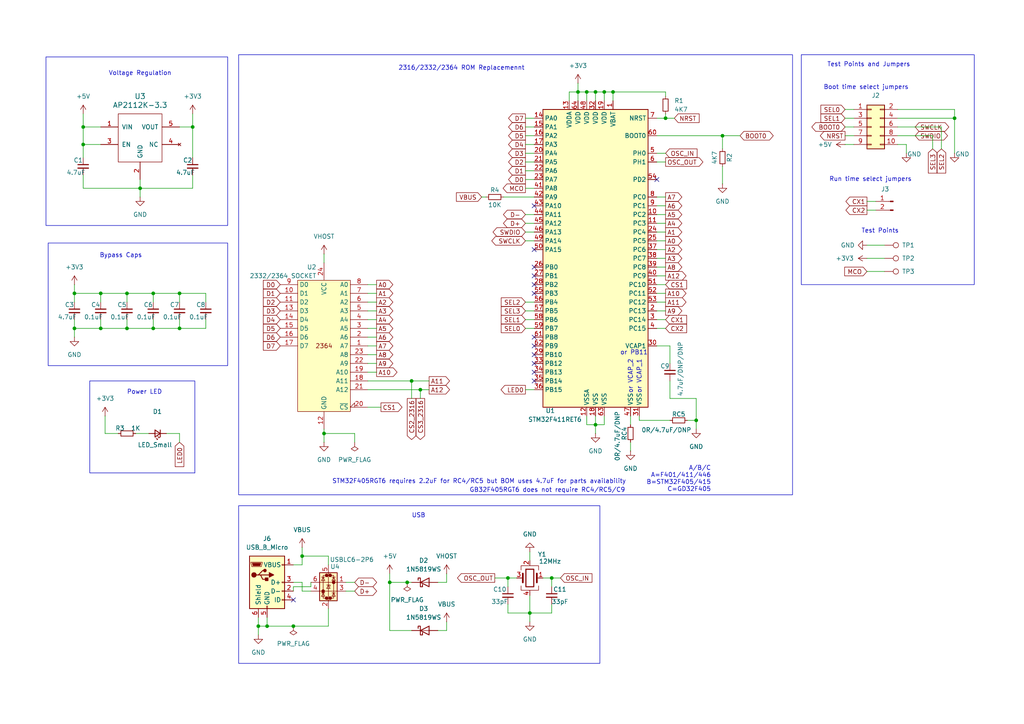
<source format=kicad_sch>
(kicad_sch (version 20250114) (generator "eeschema") (generator_version "9.0")
  (paper "A4")
  (title_block (title "One ROM Ice") (date "2026-01-05") (rev "J") (company "piers.rocks") (comment 1 "(c) Piers Finlayson 2026"))
  (rectangle (start 13.335 16.51) (end 66.04 65.405))
  (rectangle (start 69.215 15.875) (end 229.87 143.51))
  (rectangle (start 56.515 137.16) (end 56.515 137.16))
  (rectangle (start 69.215 146.685) (end 173.99 192.405))
  (rectangle (start 232.41 15.875) (end 282.575 82.55))
  (rectangle (start 26.035 110.49) (end 56.515 137.16))
  (rectangle (start 13.97 70.485) (end 66.04 106.045))
  (text "or VCAP_1" (at 185.42 109.22 90) (effects (font (size 1.27 1.27))))
  (text "or VCAP_2" (at 182.88 109.22 90) (effects (font (size 1.27 1.27))))
  (text "Run time select jumpers" (at 252.476 52.07 0) (effects (font (size 1.27 1.27))))
  (text "USB" (at 121.412 149.606 0) (effects (font (size 1.27 1.27))))
  (text "Voltage Regulation" (at 40.64 21.336 0) (effects (font (size 1.27 1.27))))
  (text "2316/2332/2364 ROM Replacemennt" (at 133.858 19.812 0) (effects (font (size 1.27 1.27))))
  (text "Power LED" (at 41.91 113.792 0) (effects (font (size 1.27 1.27))))
  (text "or PB11" (at 183.896 102.362 0) (effects (font (size 1.27 1.27))))
  (text "GB32F405RGT6 does not require RC4/RC5/C9" (at 181.356 142.24 0) (effects (font (size 1.27 1.27)) (justify right)))
  (text "Test Points" (at 255.27 67.056 0) (effects (font (size 1.27 1.27))))
  (text "Bypass Caps" (at 35.052 74.168 0) (effects (font (size 1.27 1.27))))
  (text "Boot time select jumpers" (at 251.206 25.4 0) (effects (font (size 1.27 1.27))))
  (text "A/B/C\nA=F401/411/446\nB=STM32F405/415\nC=GD32F405" (at 206.248 138.938 0) (effects (font (size 1.27 1.27)) (justify right)))
  (text "Test Points and Jumpers" (at 251.968 18.796 0) (effects (font (size 1.27 1.27))))
  (text "STM32F405RGT6 requires 2.2uF for RC4/RC5 but BOM uses 4.7uF for parts availability" (at 181.61 139.7 0) (effects (font (size 1.27 1.27)) (justify right)))
  (junction (at 209.55 39.37))
  (junction (at 113.03 168.91))
  (junction (at 193.04 34.29))
  (junction (at 36.83 85.09))
  (junction (at 201.93 121.92))
  (junction (at 153.67 177.8))
  (junction (at 52.07 95.25))
  (junction (at 93.98 125.73))
  (junction (at 74.93 181.61))
  (junction (at 87.63 161.29))
  (junction (at 29.21 95.25))
  (junction (at 119.38 110.49))
  (junction (at 160.02 167.64))
  (junction (at 167.64 26.67))
  (junction (at 21.59 85.09))
  (junction (at 175.26 26.67))
  (junction (at 24.13 36.83))
  (junction (at 29.21 85.09))
  (junction (at 40.64 54.61))
  (junction (at 172.72 26.67))
  (junction (at 44.45 85.09))
  (junction (at 36.83 95.25))
  (junction (at 170.18 26.67))
  (junction (at 44.45 95.25))
  (junction (at 121.92 113.03))
  (junction (at 276.86 34.29))
  (junction (at 24.13 41.91))
  (junction (at 77.47 181.61))
  (junction (at 118.11 168.91))
  (junction (at 85.09 181.61))
  (junction (at 52.07 85.09))
  (junction (at 21.59 95.25))
  (junction (at 147.32 167.64))
  (junction (at 55.88 36.83))
  (junction (at 172.72 123.19))
  (junction (at 177.8 26.67))
  (no_connect (at 154.94 97.79))
  (no_connect (at 154.94 77.47))
  (no_connect (at 154.94 105.41))
  (no_connect (at 154.94 100.33))
  (no_connect (at 154.94 107.95))
  (no_connect (at 154.94 110.49))
  (no_connect (at 154.94 82.55))
  (no_connect (at 154.94 80.01))
  (no_connect (at 154.94 85.09))
  (no_connect (at 190.5 52.07))
  (no_connect (at 154.94 72.39))
  (no_connect (at 154.94 102.87))
  (no_connect (at 85.09 173.99))
  (no_connect (at 154.94 59.69))
  (wire (pts (xy 55.88 36.83) (xy 55.88 45.72)))
  (wire (pts (xy 260.35 41.91) (xy 262.89 41.91)))
  (wire (pts (xy 170.18 123.19) (xy 172.72 123.19)))
  (wire (pts (xy 52.07 125.73) (xy 52.07 128.27)))
  (wire (pts (xy 177.8 26.67) (xy 177.8 29.21)))
  (wire (pts (xy 87.63 163.83) (xy 87.63 161.29)))
  (wire (pts (xy 85.09 171.45) (xy 85.09 170.18)))
  (wire (pts (xy 194.31 100.33) (xy 194.31 105.41)))
  (wire (pts (xy 59.69 87.63) (xy 59.69 85.09)))
  (wire (pts (xy 165.1 26.67) (xy 167.64 26.67)))
  (wire (pts (xy 106.68 95.25) (xy 109.22 95.25)))
  (wire (pts (xy 59.69 95.25) (xy 59.69 92.71)))
  (wire (pts (xy 190.5 95.25) (xy 193.04 95.25)))
  (wire (pts (xy 245.11 31.75) (xy 247.65 31.75)))
  (wire (pts (xy 24.13 54.61) (xy 40.64 54.61)))
  (wire (pts (xy 152.4 41.91) (xy 154.94 41.91)))
  (wire (pts (xy 36.83 85.09) (xy 36.83 87.63)))
  (wire (pts (xy 152.4 87.63) (xy 154.94 87.63)))
  (wire (pts (xy 129.54 182.88) (xy 127 182.88)))
  (wire (pts (xy 245.11 34.29) (xy 247.65 34.29)))
  (wire (pts (xy 106.68 90.17) (xy 109.22 90.17)))
  (wire (pts (xy 29.21 95.25) (xy 21.59 95.25)))
  (wire (pts (xy 40.64 54.61) (xy 40.64 57.15)))
  (wire (pts (xy 190.5 44.45) (xy 193.04 44.45)))
  (wire (pts (xy 170.18 26.67) (xy 172.72 26.67)))
  (wire (pts (xy 172.72 26.67) (xy 172.72 29.21)))
  (wire (pts (xy 276.86 34.29) (xy 276.86 31.75)))
  (wire (pts (xy 251.46 71.12) (xy 256.54 71.12)))
  (wire (pts (xy 29.21 95.25) (xy 29.21 92.71)))
  (wire (pts (xy 118.11 168.91) (xy 119.38 168.91)))
  (wire (pts (xy 190.5 34.29) (xy 193.04 34.29)))
  (wire (pts (xy 121.92 113.03) (xy 121.92 115.57)))
  (wire (pts (xy 160.02 177.8) (xy 153.67 177.8)))
  (wire (pts (xy 153.67 177.8) (xy 153.67 180.34)))
  (wire (pts (xy 106.68 82.55) (xy 109.22 82.55)))
  (wire (pts (xy 167.64 24.13) (xy 167.64 26.67)))
  (wire (pts (xy 170.18 26.67) (xy 170.18 29.21)))
  (wire (pts (xy 44.45 85.09) (xy 44.45 87.63)))
  (wire (pts (xy 172.72 120.65) (xy 172.72 123.19)))
  (wire (pts (xy 262.89 41.91) (xy 262.89 44.45)))
  (wire (pts (xy 152.4 92.71) (xy 154.94 92.71)))
  (wire (pts (xy 177.8 26.67) (xy 193.04 26.67)))
  (wire (pts (xy 129.54 180.34) (xy 129.54 182.88)))
  (wire (pts (xy 52.07 92.71) (xy 52.07 95.25)))
  (wire (pts (xy 129.54 168.91) (xy 127 168.91)))
  (wire (pts (xy 201.93 115.57) (xy 194.31 115.57)))
  (wire (pts (xy 190.5 67.31) (xy 193.04 67.31)))
  (wire (pts (xy 201.93 115.57) (xy 201.93 121.92)))
  (wire (pts (xy 21.59 85.09) (xy 29.21 85.09)))
  (wire (pts (xy 21.59 82.55) (xy 21.59 85.09)))
  (wire (pts (xy 55.88 54.61) (xy 55.88 50.8)))
  (wire (pts (xy 74.93 181.61) (xy 77.47 181.61)))
  (wire (pts (xy 251.46 74.93) (xy 256.54 74.93)))
  (wire (pts (xy 30.48 120.65) (xy 30.48 125.73)))
  (wire (pts (xy 152.4 34.29) (xy 154.94 34.29)))
  (wire (pts (xy 201.93 121.92) (xy 201.93 124.46)))
  (wire (pts (xy 24.13 41.91) (xy 24.13 45.72)))
  (wire (pts (xy 245.11 41.91) (xy 247.65 41.91)))
  (wire (pts (xy 190.5 62.23) (xy 193.04 62.23)))
  (wire (pts (xy 146.05 57.15) (xy 154.94 57.15)))
  (wire (pts (xy 36.83 95.25) (xy 36.83 92.71)))
  (wire (pts (xy 106.68 87.63) (xy 109.22 87.63)))
  (wire (pts (xy 55.88 36.83) (xy 52.07 36.83)))
  (wire (pts (xy 165.1 29.21) (xy 165.1 26.67)))
  (wire (pts (xy 24.13 36.83) (xy 29.21 36.83)))
  (wire (pts (xy 193.04 27.94) (xy 193.04 26.67)))
  (wire (pts (xy 209.55 39.37) (xy 209.55 43.18)))
  (wire (pts (xy 175.26 123.19) (xy 172.72 123.19)))
  (wire (pts (xy 153.67 172.72) (xy 153.67 177.8)))
  (wire (pts (xy 160.02 175.26) (xy 160.02 177.8)))
  (wire (pts (xy 260.35 34.29) (xy 276.86 34.29)))
  (wire (pts (xy 190.5 59.69) (xy 193.04 59.69)))
  (wire (pts (xy 190.5 46.99) (xy 193.04 46.99)))
  (wire (pts (xy 113.03 168.91) (xy 118.11 168.91)))
  (wire (pts (xy 182.88 128.27) (xy 182.88 130.81)))
  (wire (pts (xy 95.25 163.83) (xy 95.25 161.29)))
  (wire (pts (xy 77.47 181.61) (xy 77.47 179.07)))
  (wire (pts (xy 21.59 85.09) (xy 21.59 87.63)))
  (wire (pts (xy 87.63 161.29) (xy 95.25 161.29)))
  (wire (pts (xy 100.33 171.45) (xy 102.87 171.45)))
  (wire (pts (xy 24.13 36.83) (xy 24.13 41.91)))
  (wire (pts (xy 87.63 161.29) (xy 87.63 158.75)))
  (wire (pts (xy 44.45 95.25) (xy 44.45 92.71)))
  (wire (pts (xy 245.11 39.37) (xy 247.65 39.37)))
  (wire (pts (xy 185.42 121.92) (xy 194.31 121.92)))
  (wire (pts (xy 251.46 60.96) (xy 254 60.96)))
  (wire (pts (xy 152.4 113.03) (xy 154.94 113.03)))
  (wire (pts (xy 170.18 120.65) (xy 170.18 123.19)))
  (wire (pts (xy 193.04 85.09) (xy 190.5 85.09)))
  (wire (pts (xy 44.45 85.09) (xy 52.07 85.09)))
  (wire (pts (xy 172.72 123.19) (xy 172.72 125.73)))
  (wire (pts (xy 147.32 175.26) (xy 147.32 177.8)))
  (wire (pts (xy 190.5 74.93) (xy 193.04 74.93)))
  (wire (pts (xy 59.69 85.09) (xy 52.07 85.09)))
  (wire (pts (xy 52.07 125.73) (xy 48.26 125.73)))
  (wire (pts (xy 245.11 36.83) (xy 247.65 36.83)))
  (wire (pts (xy 190.5 57.15) (xy 193.04 57.15)))
  (wire (pts (xy 85.09 163.83) (xy 87.63 163.83)))
  (wire (pts (xy 24.13 50.8) (xy 24.13 54.61)))
  (wire (pts (xy 55.88 33.02) (xy 55.88 36.83)))
  (wire (pts (xy 190.5 80.01) (xy 193.04 80.01)))
  (wire (pts (xy 87.63 168.91) (xy 87.63 171.45)))
  (wire (pts (xy 44.45 95.25) (xy 36.83 95.25)))
  (wire (pts (xy 143.51 167.64) (xy 147.32 167.64)))
  (wire (pts (xy 276.86 31.75) (xy 260.35 31.75)))
  (wire (pts (xy 106.68 107.95) (xy 109.22 107.95)))
  (wire (pts (xy 194.31 115.57) (xy 194.31 110.49)))
  (wire (pts (xy 190.5 69.85) (xy 193.04 69.85)))
  (wire (pts (xy 113.03 168.91) (xy 113.03 182.88)))
  (wire (pts (xy 106.68 118.11) (xy 110.49 118.11)))
  (wire (pts (xy 29.21 85.09) (xy 36.83 85.09)))
  (wire (pts (xy 40.64 54.61) (xy 55.88 54.61)))
  (wire (pts (xy 36.83 95.25) (xy 29.21 95.25)))
  (wire (pts (xy 160.02 167.64) (xy 162.56 167.64)))
  (wire (pts (xy 113.03 182.88) (xy 119.38 182.88)))
  (wire (pts (xy 199.39 121.92) (xy 201.93 121.92)))
  (wire (pts (xy 147.32 167.64) (xy 147.32 170.18)))
  (wire (pts (xy 157.48 167.64) (xy 160.02 167.64)))
  (wire (pts (xy 106.68 92.71) (xy 109.22 92.71)))
  (wire (pts (xy 119.38 110.49) (xy 124.46 110.49)))
  (wire (pts (xy 276.86 34.29) (xy 276.86 44.45)))
  (wire (pts (xy 90.17 168.91) (xy 90.17 170.18)))
  (wire (pts (xy 190.5 100.33) (xy 194.31 100.33)))
  (wire (pts (xy 147.32 167.64) (xy 149.86 167.64)))
  (wire (pts (xy 85.09 181.61) (xy 95.25 181.61)))
  (wire (pts (xy 193.04 87.63) (xy 190.5 87.63)))
  (wire (pts (xy 21.59 95.25) (xy 21.59 92.71)))
  (wire (pts (xy 52.07 85.09) (xy 52.07 87.63)))
  (wire (pts (xy 106.68 100.33) (xy 109.22 100.33)))
  (wire (pts (xy 85.09 168.91) (xy 87.63 168.91)))
  (wire (pts (xy 87.63 171.45) (xy 90.17 171.45)))
  (wire (pts (xy 152.4 49.53) (xy 154.94 49.53)))
  (wire (pts (xy 93.98 124.46) (xy 93.98 125.73)))
  (wire (pts (xy 160.02 167.64) (xy 160.02 170.18)))
  (wire (pts (xy 102.87 128.27) (xy 102.87 125.73)))
  (wire (pts (xy 147.32 177.8) (xy 153.67 177.8)))
  (wire (pts (xy 106.68 102.87) (xy 109.22 102.87)))
  (wire (pts (xy 153.67 160.02) (xy 153.67 162.56)))
  (wire (pts (xy 190.5 39.37) (xy 209.55 39.37)))
  (wire (pts (xy 74.93 181.61) (xy 74.93 184.15)))
  (wire (pts (xy 175.26 26.67) (xy 175.26 29.21)))
  (wire (pts (xy 209.55 39.37) (xy 214.63 39.37)))
  (wire (pts (xy 154.94 69.85) (xy 152.4 69.85)))
  (wire (pts (xy 52.07 95.25) (xy 59.69 95.25)))
  (wire (pts (xy 190.5 72.39) (xy 193.04 72.39)))
  (wire (pts (xy 74.93 179.07) (xy 74.93 181.61)))
  (wire (pts (xy 95.25 181.61) (xy 95.25 176.53)))
  (wire (pts (xy 190.5 92.71) (xy 193.04 92.71)))
  (wire (pts (xy 106.68 85.09) (xy 109.22 85.09)))
  (wire (pts (xy 102.87 125.73) (xy 93.98 125.73)))
  (wire (pts (xy 93.98 73.66) (xy 93.98 76.2)))
  (wire (pts (xy 167.64 26.67) (xy 167.64 29.21)))
  (wire (pts (xy 193.04 33.02) (xy 193.04 34.29)))
  (wire (pts (xy 190.5 82.55) (xy 193.04 82.55)))
  (wire (pts (xy 30.48 125.73) (xy 34.29 125.73)))
  (wire (pts (xy 106.68 113.03) (xy 121.92 113.03)))
  (wire (pts (xy 193.04 34.29) (xy 195.58 34.29)))
  (wire (pts (xy 40.64 52.07) (xy 40.64 54.61)))
  (wire (pts (xy 139.7 57.15) (xy 140.97 57.15)))
  (wire (pts (xy 154.94 54.61) (xy 152.4 54.61)))
  (wire (pts (xy 106.68 110.49) (xy 119.38 110.49)))
  (wire (pts (xy 260.35 39.37) (xy 270.51 39.37)))
  (wire (pts (xy 24.13 41.91) (xy 29.21 41.91)))
  (wire (pts (xy 175.26 26.67) (xy 177.8 26.67)))
  (wire (pts (xy 172.72 26.67) (xy 175.26 26.67)))
  (wire (pts (xy 260.35 36.83) (xy 273.05 36.83)))
  (wire (pts (xy 185.42 120.65) (xy 185.42 121.92)))
  (wire (pts (xy 152.4 52.07) (xy 154.94 52.07)))
  (wire (pts (xy 209.55 48.26) (xy 209.55 53.34)))
  (wire (pts (xy 93.98 125.73) (xy 93.98 128.27)))
  (wire (pts (xy 193.04 90.17) (xy 190.5 90.17)))
  (wire (pts (xy 106.68 105.41) (xy 109.22 105.41)))
  (wire (pts (xy 100.33 168.91) (xy 102.87 168.91)))
  (wire (pts (xy 154.94 67.31) (xy 152.4 67.31)))
  (wire (pts (xy 152.4 46.99) (xy 154.94 46.99)))
  (wire (pts (xy 77.47 181.61) (xy 85.09 181.61)))
  (wire (pts (xy 251.46 58.42) (xy 254 58.42)))
  (wire (pts (xy 119.38 110.49) (xy 119.38 115.57)))
  (wire (pts (xy 167.64 26.67) (xy 170.18 26.67)))
  (wire (pts (xy 121.92 113.03) (xy 124.46 113.03)))
  (wire (pts (xy 190.5 77.47) (xy 193.04 77.47)))
  (wire (pts (xy 21.59 95.25) (xy 21.59 97.79)))
  (wire (pts (xy 182.88 120.65) (xy 182.88 123.19)))
  (wire (pts (xy 190.5 64.77) (xy 193.04 64.77)))
  (wire (pts (xy 273.05 36.83) (xy 273.05 43.18)))
  (wire (pts (xy 152.4 62.23) (xy 154.94 62.23)))
  (wire (pts (xy 29.21 85.09) (xy 29.21 87.63)))
  (wire (pts (xy 152.4 95.25) (xy 154.94 95.25)))
  (wire (pts (xy 106.68 97.79) (xy 109.22 97.79)))
  (wire (pts (xy 152.4 64.77) (xy 154.94 64.77)))
  (wire (pts (xy 152.4 44.45) (xy 154.94 44.45)))
  (wire (pts (xy 129.54 166.37) (xy 129.54 168.91)))
  (wire (pts (xy 175.26 120.65) (xy 175.26 123.19)))
  (wire (pts (xy 85.09 170.18) (xy 90.17 170.18)))
  (wire (pts (xy 251.46 78.74) (xy 256.54 78.74)))
  (wire (pts (xy 152.4 90.17) (xy 154.94 90.17)))
  (wire (pts (xy 270.51 43.18) (xy 270.51 39.37)))
  (wire (pts (xy 152.4 39.37) (xy 154.94 39.37)))
  (wire (pts (xy 39.37 125.73) (xy 43.18 125.73)))
  (wire (pts (xy 113.03 166.37) (xy 113.03 168.91)))
  (wire (pts (xy 24.13 33.02) (xy 24.13 36.83)))
  (wire (pts (xy 36.83 85.09) (xy 44.45 85.09)))
  (wire (pts (xy 152.4 36.83) (xy 154.94 36.83)))
  (wire (pts (xy 52.07 95.25) (xy 44.45 95.25)))
  (global_label "A9" (shape output) (at 109.22 105.41 0) (property "Intersheetrefs" "${INTERSHEET_REFS}" (effects (hide yes))))
  (global_label "SWCLK" (shape bidirectional) (at 152.4 69.85 180) (property "Intersheetrefs" "${INTERSHEET_REFS}" (effects (hide yes))))
  (global_label "CX1" (shape input) (at 193.04 92.71 0) (property "Intersheetrefs" "${INTERSHEET_REFS}" (effects (hide yes))))
  (global_label "A7" (shape output) (at 193.04 57.15 0) (property "Intersheetrefs" "${INTERSHEET_REFS}" (effects (hide yes))))
  (global_label "A11" (shape output) (at 193.04 87.63 0) (property "Intersheetrefs" "${INTERSHEET_REFS}" (effects (hide yes))))
  (global_label "BOOT0" (shape bidirectional) (at 245.11 36.83 180) (property "Intersheetrefs" "${INTERSHEET_REFS}" (effects (hide yes))))
  (global_label "SEL2" (shape input) (at 152.4 87.63 180) (property "Intersheetrefs" "${INTERSHEET_REFS}" (effects (hide yes))))
  (global_label "A2" (shape output) (at 109.22 87.63 0) (property "Intersheetrefs" "${INTERSHEET_REFS}" (effects (hide yes))))
  (global_label "D6" (shape input) (at 81.28 97.79 180) (property "Intersheetrefs" "${INTERSHEET_REFS}" (effects (hide yes))))
  (global_label "D0" (shape input) (at 81.28 82.55 180) (property "Intersheetrefs" "${INTERSHEET_REFS}" (effects (hide yes))))
  (global_label "A0" (shape output) (at 109.22 82.55 0) (property "Intersheetrefs" "${INTERSHEET_REFS}" (effects (hide yes))))
  (global_label "D2" (shape input) (at 81.28 87.63 180) (property "Intersheetrefs" "${INTERSHEET_REFS}" (effects (hide yes))))
  (global_label "A1" (shape output) (at 109.22 85.09 0) (property "Intersheetrefs" "${INTERSHEET_REFS}" (effects (hide yes))))
  (global_label "D1" (shape input) (at 81.28 85.09 180) (property "Intersheetrefs" "${INTERSHEET_REFS}" (effects (hide yes))))
  (global_label "CS1" (shape input) (at 193.04 82.55 0) (property "Intersheetrefs" "${INTERSHEET_REFS}" (effects (hide yes))))
  (global_label "D7" (shape output) (at 152.4 34.29 180) (property "Intersheetrefs" "${INTERSHEET_REFS}" (effects (hide yes))))
  (global_label "CS2_2316" (shape output) (at 119.38 115.57 270) (property "Intersheetrefs" "${INTERSHEET_REFS}" (effects (hide yes))))
  (global_label "A3" (shape output) (at 109.22 90.17 0) (property "Intersheetrefs" "${INTERSHEET_REFS}" (effects (hide yes))))
  (global_label "A6" (shape output) (at 109.22 97.79 0) (property "Intersheetrefs" "${INTERSHEET_REFS}" (effects (hide yes))))
  (global_label "A6" (shape output) (at 193.04 59.69 0) (property "Intersheetrefs" "${INTERSHEET_REFS}" (effects (hide yes))))
  (global_label "LED0" (shape output) (at 152.4 113.03 180) (property "Intersheetrefs" "${INTERSHEET_REFS}" (effects (hide yes))))
  (global_label "D3" (shape output) (at 152.4 44.45 180) (property "Intersheetrefs" "${INTERSHEET_REFS}" (effects (hide yes))))
  (global_label "NRST" (shape output) (at 245.11 39.37 180) (property "Intersheetrefs" "${INTERSHEET_REFS}" (effects (hide yes))))
  (global_label "D-" (shape bidirectional) (at 102.87 168.91 0) (property "Intersheetrefs" "${INTERSHEET_REFS}" (effects (hide yes))))
  (global_label "D0" (shape output) (at 152.4 52.07 180) (property "Intersheetrefs" "${INTERSHEET_REFS}" (effects (hide yes))))
  (global_label "D5" (shape output) (at 152.4 39.37 180) (property "Intersheetrefs" "${INTERSHEET_REFS}" (effects (hide yes))))
  (global_label "NRST" (shape input) (at 195.58 34.29 0) (property "Intersheetrefs" "${INTERSHEET_REFS}" (effects (hide yes))))
  (global_label "SWDIO" (shape bidirectional) (at 152.4 67.31 180) (property "Intersheetrefs" "${INTERSHEET_REFS}" (effects (hide yes))))
  (global_label "D-" (shape bidirectional) (at 152.4 62.23 180) (property "Intersheetrefs" "${INTERSHEET_REFS}" (effects (hide yes))))
  (global_label "A12" (shape output) (at 193.04 80.01 0) (property "Intersheetrefs" "${INTERSHEET_REFS}" (effects (hide yes))))
  (global_label "A4" (shape output) (at 109.22 92.71 0) (property "Intersheetrefs" "${INTERSHEET_REFS}" (effects (hide yes))))
  (global_label "A9" (shape output) (at 193.04 90.17 0) (property "Intersheetrefs" "${INTERSHEET_REFS}" (effects (hide yes))))
  (global_label "A10" (shape output) (at 193.04 85.09 0) (property "Intersheetrefs" "${INTERSHEET_REFS}" (effects (hide yes))))
  (global_label "VBUS" (shape input) (at 139.7 57.15 180) (property "Intersheetrefs" "${INTERSHEET_REFS}" (effects (hide yes))))
  (global_label "SWCLK" (shape bidirectional) (at 265.43 36.83 0) (property "Intersheetrefs" "${INTERSHEET_REFS}" (effects (hide yes))))
  (global_label "D+" (shape bidirectional) (at 152.4 64.77 180) (property "Intersheetrefs" "${INTERSHEET_REFS}" (effects (hide yes))))
  (global_label "CX2" (shape output) (at 251.46 60.96 180) (property "Intersheetrefs" "${INTERSHEET_REFS}" (effects (hide yes))))
  (global_label "SEL1" (shape input) (at 152.4 92.71 180) (property "Intersheetrefs" "${INTERSHEET_REFS}" (effects (hide yes))))
  (global_label "SWDIO" (shape bidirectional) (at 265.43 39.37 0) (property "Intersheetrefs" "${INTERSHEET_REFS}" (effects (hide yes))))
  (global_label "D7" (shape input) (at 81.28 100.33 180) (property "Intersheetrefs" "${INTERSHEET_REFS}" (effects (hide yes))))
  (global_label "D4" (shape input) (at 81.28 92.71 180) (property "Intersheetrefs" "${INTERSHEET_REFS}" (effects (hide yes))))
  (global_label "CS3_2316" (shape output) (at 121.92 115.57 270) (property "Intersheetrefs" "${INTERSHEET_REFS}" (effects (hide yes))))
  (global_label "A1" (shape output) (at 193.04 67.31 0) (property "Intersheetrefs" "${INTERSHEET_REFS}" (effects (hide yes))))
  (global_label "SEL2" (shape input) (at 273.05 43.18 270) (property "Intersheetrefs" "${INTERSHEET_REFS}" (effects (hide yes))))
  (global_label "A7" (shape output) (at 109.22 100.33 0) (property "Intersheetrefs" "${INTERSHEET_REFS}" (effects (hide yes))))
  (global_label "SEL3" (shape input) (at 270.51 43.18 270) (property "Intersheetrefs" "${INTERSHEET_REFS}" (effects (hide yes))))
  (global_label "D+" (shape bidirectional) (at 102.87 171.45 0) (property "Intersheetrefs" "${INTERSHEET_REFS}" (effects (hide yes))))
  (global_label "D2" (shape output) (at 152.4 46.99 180) (property "Intersheetrefs" "${INTERSHEET_REFS}" (effects (hide yes))))
  (global_label "LED0" (shape input) (at 52.07 128.27 270) (property "Intersheetrefs" "${INTERSHEET_REFS}" (effects (hide yes))))
  (global_label "A5" (shape output) (at 193.04 62.23 0) (property "Intersheetrefs" "${INTERSHEET_REFS}" (effects (hide yes))))
  (global_label "CX1" (shape output) (at 251.46 58.42 180) (property "Intersheetrefs" "${INTERSHEET_REFS}" (effects (hide yes))))
  (global_label "OSC_IN" (shape input) (at 193.04 44.45 0) (property "Intersheetrefs" "${INTERSHEET_REFS}" (effects (hide yes))))
  (global_label "SEL3" (shape input) (at 152.4 90.17 180) (property "Intersheetrefs" "${INTERSHEET_REFS}" (effects (hide yes))))
  (global_label "SEL0" (shape input) (at 152.4 95.25 180) (property "Intersheetrefs" "${INTERSHEET_REFS}" (effects (hide yes))))
  (global_label "A0" (shape output) (at 193.04 69.85 0) (property "Intersheetrefs" "${INTERSHEET_REFS}" (effects (hide yes))))
  (global_label "SEL1" (shape input) (at 245.11 34.29 180) (property "Intersheetrefs" "${INTERSHEET_REFS}" (effects (hide yes))))
  (global_label "CX2" (shape input) (at 193.04 95.25 0) (property "Intersheetrefs" "${INTERSHEET_REFS}" (effects (hide yes))))
  (global_label "A5" (shape output) (at 109.22 95.25 0) (property "Intersheetrefs" "${INTERSHEET_REFS}" (effects (hide yes))))
  (global_label "A2" (shape output) (at 193.04 72.39 0) (property "Intersheetrefs" "${INTERSHEET_REFS}" (effects (hide yes))))
  (global_label "D1" (shape output) (at 152.4 49.53 180) (property "Intersheetrefs" "${INTERSHEET_REFS}" (effects (hide yes))))
  (global_label "A8" (shape output) (at 109.22 102.87 0) (property "Intersheetrefs" "${INTERSHEET_REFS}" (effects (hide yes))))
  (global_label "D4" (shape output) (at 152.4 41.91 180) (property "Intersheetrefs" "${INTERSHEET_REFS}" (effects (hide yes))))
  (global_label "OSC_OUT" (shape output) (at 143.51 167.64 180) (property "Intersheetrefs" "${INTERSHEET_REFS}" (effects (hide yes))))
  (global_label "A12" (shape output) (at 124.46 113.03 0) (property "Intersheetrefs" "${INTERSHEET_REFS}" (effects (hide yes))))
  (global_label "A10" (shape output) (at 109.22 107.95 0) (property "Intersheetrefs" "${INTERSHEET_REFS}" (effects (hide yes))))
  (global_label "CS1" (shape output) (at 110.49 118.11 0) (property "Intersheetrefs" "${INTERSHEET_REFS}" (effects (hide yes))))
  (global_label "OSC_IN" (shape input) (at 162.56 167.64 0) (property "Intersheetrefs" "${INTERSHEET_REFS}" (effects (hide yes))))
  (global_label "MCO" (shape input) (at 251.46 78.74 180) (property "Intersheetrefs" "${INTERSHEET_REFS}" (effects (hide yes))))
  (global_label "A11" (shape output) (at 124.46 110.49 0) (property "Intersheetrefs" "${INTERSHEET_REFS}" (effects (hide yes))))
  (global_label "D6" (shape output) (at 152.4 36.83 180) (property "Intersheetrefs" "${INTERSHEET_REFS}" (effects (hide yes))))
  (global_label "MCO" (shape output) (at 152.4 54.61 180) (property "Intersheetrefs" "${INTERSHEET_REFS}" (effects (hide yes))))
  (global_label "A4" (shape output) (at 193.04 64.77 0) (property "Intersheetrefs" "${INTERSHEET_REFS}" (effects (hide yes))))
  (global_label "D5" (shape input) (at 81.28 95.25 180) (property "Intersheetrefs" "${INTERSHEET_REFS}" (effects (hide yes))))
  (global_label "SEL0" (shape input) (at 245.11 31.75 180) (property "Intersheetrefs" "${INTERSHEET_REFS}" (effects (hide yes))))
  (global_label "OSC_OUT" (shape output) (at 193.04 46.99 0) (property "Intersheetrefs" "${INTERSHEET_REFS}" (effects (hide yes))))
  (global_label "A3" (shape output) (at 193.04 74.93 0) (property "Intersheetrefs" "${INTERSHEET_REFS}" (effects (hide yes))))
  (global_label "D3" (shape input) (at 81.28 90.17 180) (property "Intersheetrefs" "${INTERSHEET_REFS}" (effects (hide yes))))
  (global_label "BOOT0" (shape bidirectional) (at 214.63 39.37 0) (property "Intersheetrefs" "${INTERSHEET_REFS}" (effects (hide yes))))
  (global_label "A8" (shape output) (at 193.04 77.47 0) (property "Intersheetrefs" "${INTERSHEET_REFS}" (effects (hide yes))))
  (symbol (lib_id "power:GND") (at 276.86 44.45 0) (unit 1)
    (property "Reference" "#PWR012" (effects (hide yes)))
    (property "Value" "GND" (at 279.146 44.704 0))
    (property "Description" "Power symbol creates a global label with name \"GND\" , ground" (effects (hide yes)))
  )
  (symbol (lib_id "power:GND") (at 74.93 184.15 0) (unit 1)
    (property "Reference" "#PWR021" (effects (hide yes)))
    (property "Value" "GND" (at 74.93 189.23 0))
    (property "Description" "Power symbol creates a global label with name \"GND\" , ground" (effects (hide yes)))
  )
  (symbol (lib_id "power:+3V3") (at 251.46 74.93 90) (unit 1)
    (property "Reference" "#PWR027" (effects (hide yes)))
    (property "Value" "+3V3" (at 247.65 74.9299 90) (effects (justify left)))
    (property "Description" "Power symbol creates a global label with name \"+3V3\"" (effects (hide yes)))
  )
  (symbol (lib_id "Device:LED_Small") (at 45.72 125.73 180) (unit 1)
    (property "Reference" "D1" (at 45.6565 119.38 0))
    (property "Value" "LED_Small" (at 44.958 129.032 0))
    (property "Footprint" "LED_SMD:LED_0603_1608Metric" (effects (hide yes)))
    (property "Description" "Light emitting diode, small symbol" (effects (hide yes)))
    (property "LCSC" "C2286" (effects (hide yes)))
  )
  (symbol (lib_id "power:+3V3") (at 21.59 82.55 0) (unit 1)
    (property "Reference" "#PWR010" (effects (hide yes)))
    (property "Value" "+3V3" (at 21.59 77.47 0))
    (property "Description" "Power symbol creates a global label with name \"+3V3\"" (effects (hide yes)))
  )
  (symbol (lib_id "Connector:Conn_01x02_Pin") (at 259.08 58.42 0) (mirror y) (unit 1)
    (property "Reference" "J3" (at 255.524 54.864 0) (effects (justify right)))
    (property "Value" "Conn_01x02_Pin" (effects (hide yes)))
    (property "Footprint" "Connector_PinHeader_2.54mm:PinHeader_1x02_P2.54mm_Vertical" (effects (hide yes)))
    (property "Description" "Generic connector, single row, 01x02, script generated" (effects (hide yes)))
  )
  (symbol (lib_id "Device:C_Small") (at 36.83 90.17 0) (mirror y) (unit 1)
    (property "Reference" "C5" (at 34.036 88.392 0) (effects (justify right)))
    (property "Value" "0.1uF" (at 32.004 91.948 0) (effects (justify right)))
    (property "Footprint" "Capacitor_SMD:C_0402_1005Metric" (effects (hide yes)))
    (property "Description" "Unpolarized capacitor, small symbol" (effects (hide yes)))
    (property "Comment" "Samsung Electro-Mechanics CL05B104KO5NNNC" (effects (hide yes)))
    (property "LCSC" "C1525" (effects (hide yes)))
    (property "Price(10)" "$0.001" (effects (hide yes)))
  )
  (symbol (lib_id "Connector:TestPoint") (at 256.54 78.74 270) (unit 1)
    (property "Reference" "TP3" (at 261.62 78.7399 90) (effects (justify left)))
    (property "Value" "TestPoint" (effects (hide yes)))
    (property "Footprint" "piers retro footprints:1mm smd test point small ss" (effects (hide yes)))
    (property "Description" "test point" (effects (hide yes)))
  )
  (symbol (lib_id "power:PWR_FLAG") (at 85.09 181.61 180) (unit 1)
    (property "Reference" "#FLG01" (effects (hide yes)))
    (property "Value" "PWR_FLAG" (at 85.09 186.69 0))
    (property "Description" "Special symbol for telling ERC where power comes from" (effects (hide yes)))
  )
  (symbol (lib_id "Connector:USB_B_Micro") (at 77.47 168.91 0) (unit 1)
    (property "Reference" "J6" (at 77.47 156.21 0))
    (property "Value" "USB_B_Micro" (at 77.47 158.75 0))
    (property "Footprint" "piers global:USB_Micro-B_micro_xnj_073_C404969" (effects (hide yes)))
    (property "Description" "USB Micro Type B connector" (effects (hide yes)))
    (property "LCSC" "C404969" (effects (hide yes)))
  )
  (symbol (lib_id "Device:Crystal_GND24") (at 153.67 167.64 0) (mirror y) (unit 1)
    (property "Reference" "Y1" (at 157.226 160.782 0))
    (property "Value" "12MHz" (at 159.512 162.814 0))
    (property "Footprint" "Crystal:Crystal_SMD_3225-4Pin_3.2x2.5mm" (effects (hide yes)))
    (property "Description" "Four pin crystal, GND on pins 2 and 4" (effects (hide yes)))
    (property "LCSC" "C9002" (effects (hide yes)))
  )
  (symbol (lib_id "power:+5V") (at 113.03 166.37 0) (unit 1)
    (property "Reference" "#PWR026" (effects (hide yes)))
    (property "Value" "+5V" (at 113.03 161.29 0))
    (property "Description" "Power symbol creates a global label with name \"+5V\"" (effects (hide yes)))
  )
  (symbol (lib_id "Device:C_Small") (at 29.21 90.17 0) (mirror y) (unit 1)
    (property "Reference" "C4" (at 26.416 88.392 0) (effects (justify right)))
    (property "Value" "0.1uF" (at 24.384 91.948 0) (effects (justify right)))
    (property "Footprint" "Capacitor_SMD:C_0402_1005Metric" (effects (hide yes)))
    (property "Description" "Unpolarized capacitor, small symbol" (effects (hide yes)))
    (property "Comment" "Samsung Electro-Mechanics CL05B104KO5NNNC" (effects (hide yes)))
    (property "LCSC" "C1525" (effects (hide yes)))
    (property "Price(10)" "$0.001" (effects (hide yes)))
  )
  (symbol (lib_id "power:GND") (at 153.67 160.02 180) (unit 1)
    (property "Reference" "#PWR024" (effects (hide yes)))
    (property "Value" "GND" (at 153.67 154.94 0))
    (property "Description" "Power symbol creates a global label with name \"GND\" , ground" (effects (hide yes)))
  )
  (symbol (lib_id "power:GND") (at 21.59 97.79 0) (unit 1)
    (property "Reference" "#PWR011" (effects (hide yes)))
    (property "Value" "GND" (at 21.59 102.87 0))
    (property "Description" "Power symbol creates a global label with name \"GND\" , ground" (effects (hide yes)))
  )
  (symbol (lib_id "Device:C_Small") (at 147.32 172.72 0) (mirror y) (unit 1)
    (property "Reference" "C10" (at 143.002 170.942 0) (effects (justify right)))
    (property "Value" "33pF" (at 142.494 174.498 0) (effects (justify right)))
    (property "Footprint" "Capacitor_SMD:C_0402_1005Metric" (effects (hide yes)))
    (property "Description" "Unpolarized capacitor, small symbol" (effects (hide yes)))
    (property "Comment" "Samsung Electro-Mechanics CL05B104KO5NNNC" (effects (hide yes)))
    (property "LCSC" "C1562" (effects (hide yes)))
    (property "Price(10)" "$0.001" (effects (hide yes)))
  )
  (symbol (lib_id "power:+5V") (at 129.54 166.37 0) (unit 1)
    (property "Reference" "#PWR023" (effects (hide yes)))
    (property "Value" "VHOST" (at 129.54 161.29 0))
    (property "Description" "Power symbol creates a global label with name \"+5V\"" (effects (hide yes)))
  )
  (symbol (lib_id "power:+5V") (at 24.13 33.02 0) (unit 1)
    (property "Reference" "#PWR04" (effects (hide yes)))
    (property "Value" "+5V" (at 24.13 27.94 0))
    (property "Description" "Power symbol creates a global label with name \"+5V\"" (effects (hide yes)))
  )
  (symbol (lib_id "Device:C_Small") (at 194.31 107.95 0) (mirror y) (unit 1)
    (property "Reference" "C9" (at 191.516 106.172 0) (effects (justify right)))
    (property "Value" "4.7uF/DNP/DNP" (at 197.358 99.06 90) (effects (justify right)))
    (property "Footprint" "Capacitor_SMD:C_0402_1005Metric" (effects (hide yes)))
    (property "Description" "Unpolarized capacitor, small symbol" (effects (hide yes)))
    (property "Comment" "Samsung Electro-Mechanics CL05A475MP5NRNC" (effects (hide yes)))
    (property "LCSC" "C23733" (effects (hide yes)))
  )
  (symbol (lib_id "Diode:1N5819WS") (at 123.19 168.91 0) (unit 1)
    (property "Reference" "D2" (at 122.8725 162.56 0))
    (property "Value" "1N5819WS" (at 122.8725 165.1 0))
    (property "Footprint" "Diode_SMD:D_SOD-323" (effects (hide yes)))
    (property "LCSC" "C191023" (effects (hide yes)))
  )
  (symbol (lib_id "Connector:TestPoint") (at 256.54 71.12 270) (unit 1)
    (property "Reference" "TP1" (at 261.62 71.1199 90) (effects (justify left)))
    (property "Value" "TestPoint" (effects (hide yes)))
    (property "Footprint" "piers retro footprints:1mm smd test point small ss" (effects (hide yes)))
    (property "Description" "test point" (effects (hide yes)))
  )
  (symbol (lib_id "Device:C_Small") (at 21.59 90.17 0) (mirror y) (unit 1)
    (property "Reference" "C3" (at 18.796 88.392 0) (effects (justify right)))
    (property "Value" "4.7uF" (at 16.764 91.948 0) (effects (justify right)))
    (property "Footprint" "Capacitor_SMD:C_0402_1005Metric" (effects (hide yes)))
    (property "Description" "Unpolarized capacitor, small symbol" (effects (hide yes)))
    (property "Comment" "Samsung Electro-Mechanics CL05A475MP5NRNC" (effects (hide yes)))
    (property "LCSC" "C23733" (effects (hide yes)))
    (property "Price(10)" "$0.0048" (effects (hide yes)))
  )
  (symbol (lib_id "power:+5V") (at 129.54 180.34 0) (unit 1)
    (property "Reference" "#PWR022" (effects (hide yes)))
    (property "Value" "VBUS" (at 129.54 175.26 0))
    (property "Description" "Power symbol creates a global label with name \"+5V\"" (effects (hide yes)))
  )
  (symbol (lib_id "Device:C_Small") (at 59.69 90.17 0) (mirror y) (unit 1)
    (property "Reference" "C8" (at 56.896 88.392 0) (effects (justify right)))
    (property "Value" "0.1uF" (at 54.864 91.948 0) (effects (justify right)))
    (property "Footprint" "Capacitor_SMD:C_0402_1005Metric" (effects (hide yes)))
    (property "Description" "Unpolarized capacitor, small symbol" (effects (hide yes)))
    (property "Comment" "Samsung Electro-Mechanics CL05B104KO5NNNC" (effects (hide yes)))
    (property "LCSC" "C1525" (effects (hide yes)))
    (property "Price(10)" "$0.001" (effects (hide yes)))
  )
  (symbol (lib_id "power:GND") (at 182.88 130.81 0) (unit 1)
    (property "Reference" "#PWR017" (effects (hide yes)))
    (property "Value" "GND" (at 182.88 135.89 0))
    (property "Description" "Power symbol creates a global label with name \"GND\" , ground" (effects (hide yes)))
  )
  (symbol (lib_id "piers_retro:STM32F411R_C-E_Tx") (at 172.72 74.93 0) (mirror y) (unit 1)
    (property "Reference" "U1" (at 158.242 119.126 0) (effects (justify right)))
    (property "Value" "STM32F411RET6" (at 153.162 121.666 0) (effects (justify right)))
    (property "Footprint" "Package_QFP:LQFP-64_10x10mm_P0.5mm" (effects (hide yes)))
    (property "Datasheet" "https://www.st.com/resource/en/datasheet/stm32f411rc.pdf" (effects (hide yes)))
    (property "Description" "STMicroelectronics Arm Cortex-M4 MCU, 256-512KB flash, 128KB RAM, 100 MHz, 1.7-3.6V, 50 GPIO, LQFP64" (effects (hide yes)))
    (property "LCSC" "C94355" (effects (hide yes)))
    (property "LCSC Alt" "C99031 = GB32F405RGT6" (effects (hide yes)))
    (property "LCSC Alt2" "C116978 = STM32F401RET6" (effects (hide yes)))
    (property "LCSC Alt3" "C69336 = STM32F446RET6" (effects (hide yes)))
  )
  (symbol (lib_id "Device:C_Small") (at 44.45 90.17 0) (mirror y) (unit 1)
    (property "Reference" "C6" (at 41.656 88.392 0) (effects (justify right)))
    (property "Value" "0.1uF" (at 39.624 91.948 0) (effects (justify right)))
    (property "Footprint" "Capacitor_SMD:C_0402_1005Metric" (effects (hide yes)))
    (property "Description" "Unpolarized capacitor, small symbol" (effects (hide yes)))
    (property "Comment" "Samsung Electro-Mechanics CL05B104KO5NNNC" (effects (hide yes)))
    (property "LCSC" "C1525" (effects (hide yes)))
    (property "Price(10)" "$0.001" (effects (hide yes)))
  )
  (symbol (lib_id "piers_old:RT9013") (at 40.64 41.91 0) (unit 1)
    (property "Reference" "U3" (at 40.64 27.94 0) (effects (font (size 1.524 1.524))))
    (property "Value" "AP2112K-3.3" (at 40.64 30.48 0) (effects (font (size 1.524 1.524))))
    (property "Footprint" "Package_TO_SOT_SMD:SOT-23-5" (effects (hide yes)))
    (property "LCSC" "C51118" (effects (hide yes)))
  )
  (symbol (lib_id "Device:C_Small") (at 24.13 48.26 0) (mirror y) (unit 1)
    (property "Reference" "C1" (at 21.336 46.482 0) (effects (justify right)))
    (property "Value" "4.7uF" (at 19.304 50.038 0) (effects (justify right)))
    (property "Footprint" "Capacitor_SMD:C_0402_1005Metric" (effects (hide yes)))
    (property "Description" "Unpolarized capacitor, small symbol" (effects (hide yes)))
    (property "Comment" "Samsung Electro-Mechanics CL05A475MP5NRNC" (effects (hide yes)))
    (property "LCSC" "C23733" (effects (hide yes)))
    (property "Price(10)" "$0.0048" (effects (hide yes)))
  )
  (symbol (lib_id "power:PWR_FLAG") (at 102.87 128.27 0) (mirror x) (unit 1)
    (property "Reference" "#FLG02" (effects (hide yes)))
    (property "Value" "PWR_FLAG" (at 102.87 133.35 0))
    (property "Description" "Special symbol for telling ERC where power comes from" (effects (hide yes)))
  )
  (symbol (lib_id "Device:C_Small") (at 160.02 172.72 0) (unit 1)
    (property "Reference" "C11" (at 164.338 170.942 0) (effects (justify right)))
    (property "Value" "33pF" (at 164.846 174.498 0) (effects (justify right)))
    (property "Footprint" "Capacitor_SMD:C_0402_1005Metric" (effects (hide yes)))
    (property "Description" "Unpolarized capacitor, small symbol" (effects (hide yes)))
    (property "Comment" "Samsung Electro-Mechanics CL05B104KO5NNNC" (effects (hide yes)))
    (property "LCSC" "C1562" (effects (hide yes)))
    (property "Price(10)" "$0.001" (effects (hide yes)))
  )
  (symbol (lib_id "power:GND") (at 201.93 124.46 0) (unit 1)
    (property "Reference" "#PWR018" (effects (hide yes)))
    (property "Value" "GND" (at 201.93 129.54 0))
    (property "Description" "Power symbol creates a global label with name \"GND\" , ground" (effects (hide yes)))
  )
  (symbol (lib_id "power:+3V3") (at 167.64 24.13 0) (unit 1)
    (property "Reference" "#PWR08" (effects (hide yes)))
    (property "Value" "+3V3" (at 167.64 19.05 0))
    (property "Description" "Power symbol creates a global label with name \"+3V3\"" (effects (hide yes)))
  )
  (symbol (lib_id "power:PWR_FLAG") (at 118.11 168.91 180) (unit 1)
    (property "Reference" "#FLG03" (effects (hide yes)))
    (property "Value" "PWR_FLAG" (at 118.11 173.99 0))
    (property "Description" "Special symbol for telling ERC where power comes from" (effects (hide yes)))
  )
  (symbol (lib_id "power:GND") (at 153.67 180.34 0) (unit 1)
    (property "Reference" "#PWR025" (effects (hide yes)))
    (property "Value" "GND" (at 153.67 185.42 0))
    (property "Description" "Power symbol creates a global label with name \"GND\" , ground" (effects (hide yes)))
  )
  (symbol (lib_id "Device:R_Small") (at 193.04 30.48 0) (unit 1)
    (property "Reference" "R1" (at 195.58 29.2099 0) (effects (justify left)))
    (property "Value" "4K7" (at 195.58 31.7499 0) (effects (justify left)))
    (property "Footprint" "Resistor_SMD:R_0402_1005Metric" (effects (hide yes)))
    (property "Description" "Resistor, small symbol" (effects (hide yes)))
    (property "Comment" "UNI-ROYAL(Uniroyal Elec) 0402WGF4701TCE" (effects (hide yes)))
    (property "LCSC" "C25900" (effects (hide yes)))
    (property "Price(10)" "$0.0005" (effects (hide yes)))
  )
  (symbol (lib_id "Device:R_Small") (at 196.85 121.92 90) (unit 1)
    (property "Reference" "RC5" (at 196.85 120.142 90))
    (property "Value" "0R/4.7uF/DNP" (at 193.294 124.714 90))
    (property "Footprint" "Capacitor_SMD:C_0402_1005Metric" (effects (hide yes)))
    (property "Description" "Resistor, small symbol" (effects (hide yes)))
    (property "Comment" "UNI-ROYAL(Uniroyal Elec) 0402WGF0000TCE" (effects (hide yes)))
    (property "LCSC" "C17168" (effects (hide yes)))
    (property "Price(10)" "$0.0005" (effects (hide yes)))
    (property "LCSC alt" "C23733" (effects (hide yes)))
  )
  (symbol (lib_id "Connector:TestPoint") (at 256.54 74.93 270) (unit 1)
    (property "Reference" "TP2" (at 261.62 74.9299 90) (effects (justify left)))
    (property "Value" "TestPoint" (effects (hide yes)))
    (property "Footprint" "piers retro footprints:1mm smd test point small ss" (effects (hide yes)))
    (property "Description" "test point" (effects (hide yes)))
  )
  (symbol (lib_id "power:+5V") (at 245.11 41.91 90) (unit 1)
    (property "Reference" "#PWR013" (effects (hide yes)))
    (property "Value" "+5V" (at 241.3 41.9099 90) (effects (justify left)))
    (property "Description" "Power symbol creates a global label with name \"+5V\"" (effects (hide yes)))
  )
  (symbol (lib_id "piers_retro:2364") (at 93.98 100.33 0) (mirror y) (unit 1)
    (property "Reference" "U2" (at 91.7859 77.47 0) (effects (justify left)))
    (property "Value" "2332/2364 SOCKET" (at 91.7859 80.01 0) (effects (justify left)))
    (property "Footprint" "piers_retro_footprints:2x12 dip pin output 600mil centres no ss" (effects (hide yes)))
  )
  (symbol (lib_id "Device:C_Small") (at 55.88 48.26 0) (mirror y) (unit 1)
    (property "Reference" "C2" (at 53.086 46.482 0) (effects (justify right)))
    (property "Value" "4.7uF" (at 51.054 50.038 0) (effects (justify right)))
    (property "Footprint" "Capacitor_SMD:C_0402_1005Metric" (effects (hide yes)))
    (property "Description" "Unpolarized capacitor, small symbol" (effects (hide yes)))
    (property "Comment" "Samsung Electro-Mechanics CL05A475MP5NRNC" (effects (hide yes)))
    (property "LCSC" "C23733" (effects (hide yes)))
    (property "Price(10)" "$0.0048" (effects (hide yes)))
  )
  (symbol (lib_id "power:GND") (at 262.89 44.45 0) (unit 1)
    (property "Reference" "#PWR01" (effects (hide yes)))
    (property "Value" "GND" (at 265.176 44.704 0))
    (property "Description" "Power symbol creates a global label with name \"GND\" , ground" (effects (hide yes)))
  )
  (symbol (lib_id "power:+3V3") (at 30.48 120.65 0) (unit 1)
    (property "Reference" "#PWR015" (effects (hide yes)))
    (property "Value" "+3V3" (at 30.48 115.57 0))
    (property "Description" "Power symbol creates a global label with name \"+3V3\"" (effects (hide yes)))
  )
  (symbol (lib_id "Device:C_Small") (at 52.07 90.17 0) (mirror y) (unit 1)
    (property "Reference" "C7" (at 49.276 88.392 0) (effects (justify right)))
    (property "Value" "0.1uF" (at 47.244 91.948 0) (effects (justify right)))
    (property "Footprint" "Capacitor_SMD:C_0402_1005Metric" (effects (hide yes)))
    (property "Description" "Unpolarized capacitor, small symbol" (effects (hide yes)))
    (property "Comment" "Samsung Electro-Mechanics CL05B104KO5NNNC" (effects (hide yes)))
    (property "LCSC" "C1525" (effects (hide yes)))
    (property "Price(10)" "$0.001" (effects (hide yes)))
  )
  (symbol (lib_id "Device:R_Small") (at 209.55 45.72 0) (unit 1)
    (property "Reference" "R2" (at 211.582 45.72 90))
    (property "Value" "4K7" (at 207.264 45.72 90))
    (property "Footprint" "Resistor_SMD:R_0402_1005Metric" (effects (hide yes)))
    (property "Description" "Resistor, small symbol" (effects (hide yes)))
    (property "Comment" "UNI-ROYAL(Uniroyal Elec) 0402WGF4701TCE" (effects (hide yes)))
    (property "LCSC" "C25900" (effects (hide yes)))
    (property "Price(10)" "$0.0005" (effects (hide yes)))
  )
  (symbol (lib_id "Device:R_Small") (at 182.88 125.73 180) (unit 1)
    (property "Reference" "RC4" (at 181.102 125.73 90))
    (property "Value" "0R/4.7uF/DNP" (at 179.07 126.492 90))
    (property "Footprint" "Capacitor_SMD:C_0402_1005Metric" (effects (hide yes)))
    (property "Description" "Resistor, small symbol" (effects (hide yes)))
    (property "Comment" "UNI-ROYAL(Uniroyal Elec) 0402WGF0000TCE" (effects (hide yes)))
    (property "LCSC" "C17168" (effects (hide yes)))
    (property "Price(10)" "$0.0005" (effects (hide yes)))
    (property "LCSC alt" "C23733" (effects (hide yes)))
  )
  (symbol (lib_id "Device:R_Small") (at 36.83 125.73 90) (unit 1)
    (property "Reference" "R3" (at 34.798 124.206 90))
    (property "Value" "1K" (at 39.37 124.206 90))
    (property "Footprint" "Resistor_SMD:R_0402_1005Metric" (effects (hide yes)))
    (property "Description" "Resistor, small symbol" (effects (hide yes)))
    (property "Comment" "UNI-ROYAL(Uniroyal Elec) 0402WGF1001TCE" (effects (hide yes)))
    (property "LCSC" "C11702" (effects (hide yes)))
    (property "Price(10)" "$0.0005" (effects (hide yes)))
  )
  (symbol (lib_id "power:+5V") (at 87.63 158.75 0) (unit 1)
    (property "Reference" "#PWR020" (effects (hide yes)))
    (property "Value" "VBUS" (at 87.63 153.67 0))
    (property "Description" "Power symbol creates a global label with name \"+5V\"" (effects (hide yes)))
  )
  (symbol (lib_id "power:GND") (at 251.46 71.12 270) (unit 1)
    (property "Reference" "#PWR03" (effects (hide yes)))
    (property "Value" "GND" (at 245.872 71.12 90))
    (property "Description" "Power symbol creates a global label with name \"GND\" , ground" (effects (hide yes)))
  )
  (symbol (lib_id "power:GND") (at 172.72 125.73 0) (unit 1)
    (property "Reference" "#PWR014" (effects (hide yes)))
    (property "Value" "GND" (at 172.72 130.81 0))
    (property "Description" "Power symbol creates a global label with name \"GND\" , ground" (effects (hide yes)))
  )
  (symbol (lib_id "power:GND") (at 209.55 53.34 0) (unit 1)
    (property "Reference" "#PWR09" (effects (hide yes)))
    (property "Value" "GND" (at 209.55 58.42 0))
    (property "Description" "Power symbol creates a global label with name \"GND\" , ground" (effects (hide yes)))
  )
  (symbol (lib_id "power:GND") (at 93.98 128.27 0) (unit 1)
    (property "Reference" "#PWR07" (effects (hide yes)))
    (property "Value" "GND" (at 93.98 133.35 0))
    (property "Description" "Power symbol creates a global label with name \"GND\" , ground" (effects (hide yes)))
  )
  (symbol (lib_id "power:+5V") (at 93.98 73.66 0) (unit 1)
    (property "Reference" "#PWR06" (effects (hide yes)))
    (property "Value" "VHOST" (at 93.98 68.58 0))
    (property "Description" "Power symbol creates a global label with name \"+5V\"" (effects (hide yes)))
  )
  (symbol (lib_id "power:GND") (at 40.64 57.15 0) (unit 1)
    (property "Reference" "#PWR05" (effects (hide yes)))
    (property "Value" "GND" (at 40.64 62.23 0))
    (property "Description" "Power symbol creates a global label with name \"GND\" , ground" (effects (hide yes)))
  )
  (symbol (lib_id "Connector_Generic:Conn_02x05_Odd_Even") (at 252.73 36.83 0) (unit 1)
    (property "Reference" "J2" (at 254 27.686 0))
    (property "Value" "Conn_02x05_Odd_Even" (effects (hide yes)))
    (property "Footprint" "piers_retro_footprints:PinHeader_2x05_P2.54mm_Vertical custom silkscreen" (effects (hide yes)))
    (property "Description" "Generic connector, double row, 02x05, odd/even pin numbering scheme (row 1 odd numbers, row 2 even numbers), script generated (kicad-library-utils/schlib/autogen/connector/)" (effects (hide yes)))
  )
  (symbol (lib_id "Diode:1N5819WS") (at 123.19 182.88 0) (unit 1)
    (property "Reference" "D3" (at 122.8725 176.53 0))
    (property "Value" "1N5819WS" (at 122.8725 179.07 0))
    (property "Footprint" "Diode_SMD:D_SOD-323" (effects (hide yes)))
    (property "LCSC" "C191023" (effects (hide yes)))
  )
  (symbol (lib_id "Device:R_Small") (at 143.51 57.15 90) (unit 1)
    (property "Reference" "R4" (at 143.51 55.118 90))
    (property "Value" "10K" (at 143.51 59.436 90))
    (property "Footprint" "Resistor_SMD:R_0402_1005Metric" (effects (hide yes)))
    (property "Description" "Resistor, small symbol" (effects (hide yes)))
    (property "Comment" "UNI-ROYAL(Uniroyal Elec) 0402WGF1002TCE" (effects (hide yes)))
    (property "LCSC" "C25744" (effects (hide yes)))
    (property "Price(10)" "$0.0005" (effects (hide yes)))
  )
  (symbol (lib_id "power:+3V3") (at 55.88 33.02 0) (unit 1)
    (property "Reference" "#PWR02" (effects (hide yes)))
    (property "Value" "+3V3" (at 55.88 27.94 0))
    (property "Description" "Power symbol creates a global label with name \"+3V3\"" (effects (hide yes)))
  )
  (symbol (lib_id "Power_Protection:USBLC6-2P6") (at 95.25 168.91 0) (mirror y) (unit 1)
    (property "Reference" "U4" (at 98.552 164.338 0) (effects (justify left)))
    (property "Value" "USBLC6-2P6" (at 108.458 162.306 0) (effects (justify left)))
    (property "Footprint" "Package_TO_SOT_SMD:SOT-666" (effects (hide yes)))
    (property "Datasheet" "https://www.st.com/resource/en/datasheet/usblc6-2.pdf" (effects (hide yes)))
    (property "Description" "Very low capacitance ESD protection diode, 2 data-line, SOT-666" (effects (hide yes)))
    (property "LCSC" "C15999" (effects (hide yes)))
  )
)
</source>
